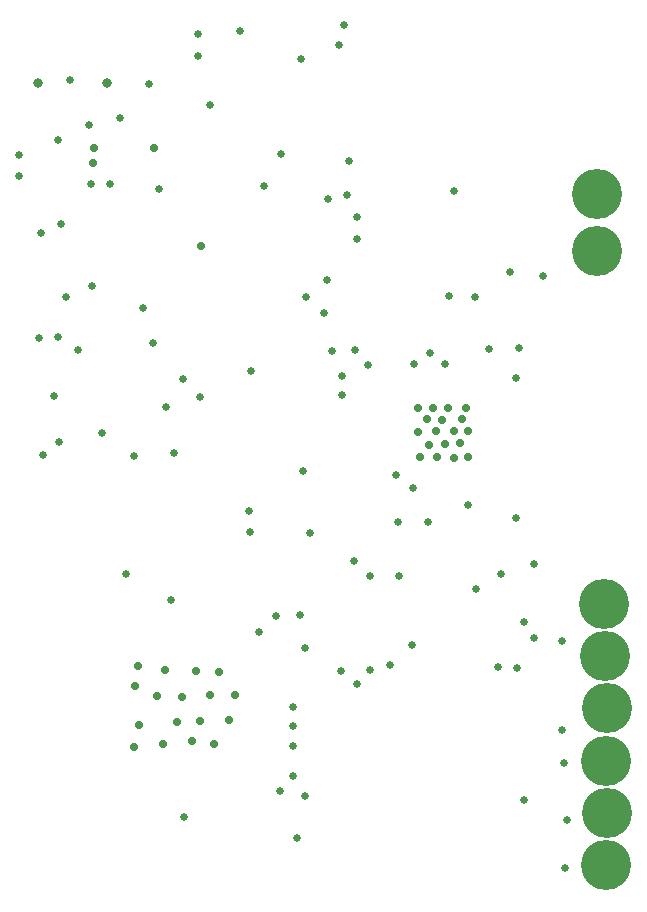
<source format=gbr>
G04 EAGLE Gerber RS-274X export*
G75*
%MOMM*%
%FSLAX34Y34*%
%LPD*%
%INSoldermask Bottom*%
%IPPOS*%
%AMOC8*
5,1,8,0,0,1.08239X$1,22.5*%
G01*
%ADD10C,4.235200*%
%ADD11C,0.803200*%
%ADD12C,0.660400*%
%ADD13C,0.728200*%


D10*
X521208Y252984D03*
X521970Y208788D03*
X523748Y165100D03*
X523240Y120142D03*
X523494Y75946D03*
X522986Y31750D03*
X515366Y552196D03*
X515366Y600202D03*
D11*
X42220Y693884D03*
X100020Y693884D03*
D12*
X58928Y478790D03*
X247142Y94964D03*
X116840Y278384D03*
X154432Y256540D03*
X177038Y735212D03*
X264414Y713994D03*
X300736Y742950D03*
X187706Y675386D03*
X394208Y602234D03*
X287528Y596256D03*
X311912Y561848D03*
X144018Y604012D03*
X229108Y229616D03*
X462026Y287020D03*
X453136Y86614D03*
X296418Y726440D03*
X290830Y467360D03*
X26162Y632714D03*
X26162Y614934D03*
X135636Y693166D03*
X261315Y54661D03*
X469392Y530962D03*
X123139Y378562D03*
X164389Y443789D03*
D13*
X180400Y556300D03*
X364000Y419100D03*
X376700Y419200D03*
X388900Y419000D03*
X404700Y418900D03*
X400600Y409300D03*
X384200Y409100D03*
X371300Y409600D03*
X363900Y398900D03*
X378600Y399200D03*
X394000Y399400D03*
X406000Y399200D03*
X399500Y389300D03*
X386600Y388100D03*
X372900Y387900D03*
X365500Y377600D03*
X380100Y377100D03*
X394500Y376800D03*
X405900Y377400D03*
X126300Y200600D03*
X149400Y197200D03*
X176000Y196600D03*
X195300Y195500D03*
X208400Y176100D03*
X188000Y176200D03*
X163700Y174600D03*
X142800Y174900D03*
X127300Y150600D03*
X159900Y153300D03*
X179500Y153500D03*
X203500Y154400D03*
X191000Y134600D03*
X172500Y137200D03*
X148000Y134000D03*
X122900Y131700D03*
X124000Y183500D03*
D12*
X441682Y534006D03*
X449072Y469900D03*
X42672Y478536D03*
X45974Y378968D03*
X156718Y381000D03*
X178816Y428498D03*
X311912Y580644D03*
X340360Y201676D03*
X177546Y716534D03*
X212598Y737768D03*
X68834Y696334D03*
X61192Y574948D03*
D13*
X88900Y626500D03*
D12*
X58674Y645922D03*
X44704Y566928D03*
D13*
X89300Y639300D03*
X140100Y639300D03*
D12*
X130810Y503428D03*
X138938Y473710D03*
X76200Y467614D03*
X55880Y428752D03*
X59436Y389890D03*
X96012Y397764D03*
X150622Y419862D03*
X447040Y444500D03*
X485394Y221488D03*
X299498Y446278D03*
X103170Y608130D03*
X299498Y430022D03*
X87114Y608152D03*
X88039Y522323D03*
X263652Y243332D03*
X461518Y223774D03*
X447548Y198628D03*
X65532Y513080D03*
X243840Y242570D03*
X311912Y185166D03*
X373696Y465774D03*
X322710Y197358D03*
X359918Y456438D03*
X298196Y196342D03*
X321594Y454946D03*
X220472Y331470D03*
X221996Y450088D03*
X389890Y513842D03*
X269240Y513080D03*
X309880Y289052D03*
X359664Y351282D03*
X322834Y276860D03*
X372322Y321978D03*
X347472Y276860D03*
X346922Y321978D03*
X265938Y365506D03*
X310134Y467868D03*
X165862Y72390D03*
X345440Y362204D03*
X221234Y313944D03*
X386842Y455930D03*
X268224Y90424D03*
X267716Y215646D03*
X358394Y218186D03*
X272542Y313182D03*
X305308Y627888D03*
X247618Y633984D03*
X303784Y598932D03*
X233172Y606806D03*
X406400Y337058D03*
X413004Y265684D03*
X446786Y325628D03*
X434086Y278130D03*
X283718Y499110D03*
X424180Y469138D03*
X411734Y512826D03*
X286766Y527050D03*
X453071Y238063D03*
X431292Y199898D03*
X257588Y165608D03*
X485394Y146558D03*
X257588Y149352D03*
X487680Y118110D03*
X257588Y133096D03*
X489966Y70104D03*
X257588Y107696D03*
X487934Y29718D03*
X85009Y658287D03*
X111760Y664210D03*
M02*

</source>
